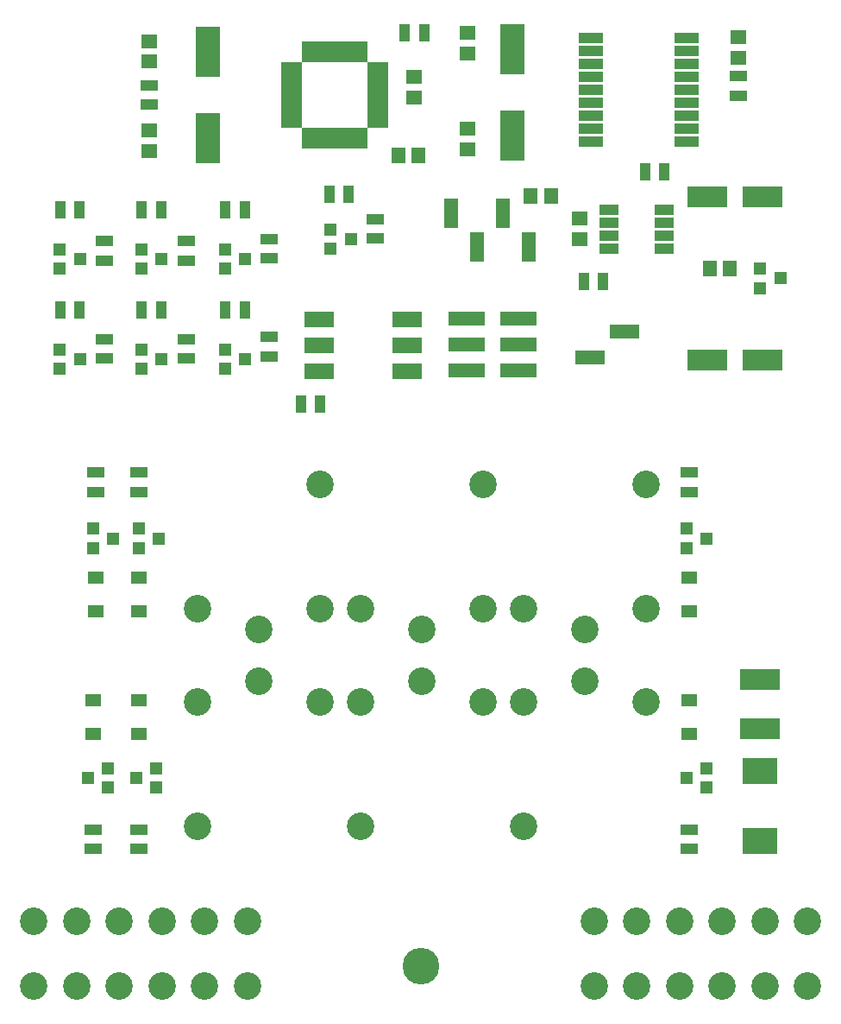
<source format=gbr>
G04 #@! TF.FileFunction,Soldermask,Top*
%FSLAX46Y46*%
G04 Gerber Fmt 4.6, Leading zero omitted, Abs format (unit mm)*
G04 Created by KiCad (PCBNEW 4.0.6) date 06/08/18 14:18:22*
%MOMM*%
%LPD*%
G01*
G04 APERTURE LIST*
%ADD10C,0.100000*%
%ADD11R,1.400000X1.650000*%
%ADD12R,3.900000X2.000000*%
%ADD13R,1.650000X1.400000*%
%ADD14R,2.840000X1.520000*%
%ADD15R,2.910000X1.400000*%
%ADD16C,2.700000*%
%ADD17C,3.600000*%
%ADD18R,3.490000X2.600000*%
%ADD19R,1.600000X1.300000*%
%ADD20R,3.550000X1.400000*%
%ADD21R,1.300000X1.200000*%
%ADD22R,1.100000X1.700000*%
%ADD23R,1.700000X1.100000*%
%ADD24R,1.400000X2.910000*%
%ADD25R,2.000000X0.950000*%
%ADD26R,0.950000X2.000000*%
%ADD27R,2.400000X1.000000*%
%ADD28R,1.950000X1.000000*%
%ADD29R,2.400000X4.900000*%
G04 APERTURE END LIST*
D10*
D11*
X144230000Y-58200000D03*
X146230000Y-58200000D03*
X159200000Y-62200000D03*
X157200000Y-62200000D03*
D12*
X179950000Y-78250000D03*
X174550000Y-78250000D03*
X179950000Y-62250000D03*
X174550000Y-62250000D03*
D11*
X176790000Y-69300000D03*
X174790000Y-69300000D03*
D13*
X145750000Y-52500000D03*
X145750000Y-50500000D03*
X119750000Y-47000000D03*
X119750000Y-49000000D03*
X119750000Y-57750000D03*
X119750000Y-55750000D03*
X151000000Y-48200000D03*
X151000000Y-46200000D03*
X151000000Y-55600000D03*
X151000000Y-57600000D03*
X177600000Y-48600000D03*
X177600000Y-46600000D03*
X162000000Y-64400000D03*
X162000000Y-66400000D03*
D14*
X136495000Y-74260000D03*
X145105000Y-79340000D03*
X136495000Y-76800000D03*
X145105000Y-76800000D03*
X136495000Y-79340000D03*
X145105000Y-74260000D03*
D15*
X163085000Y-78040000D03*
X166395000Y-75500000D03*
D16*
X108451000Y-133282000D03*
X108451000Y-139632000D03*
X112641000Y-133282000D03*
X112641000Y-139632000D03*
X116831000Y-133282000D03*
X116831000Y-139632000D03*
X121021000Y-133282000D03*
X121021000Y-139632000D03*
X125211000Y-133282000D03*
X125211000Y-139632000D03*
X129401000Y-133282000D03*
X129401000Y-139632000D03*
X163451000Y-133282000D03*
X163451000Y-139632000D03*
X167641000Y-133282000D03*
X167641000Y-139632000D03*
X171831000Y-133282000D03*
X171831000Y-139632000D03*
X176021000Y-133282000D03*
X176021000Y-139632000D03*
X180211000Y-133282000D03*
X180211000Y-139632000D03*
X184401000Y-133282000D03*
X184401000Y-139632000D03*
D17*
X146431000Y-137672000D03*
D18*
X179750000Y-125410000D03*
X179750000Y-118590000D03*
D19*
X172750000Y-102900000D03*
X172750000Y-99600000D03*
X114500000Y-102900000D03*
X114500000Y-99600000D03*
X118750000Y-102900000D03*
X118750000Y-99600000D03*
X118750000Y-111600000D03*
X118750000Y-114900000D03*
X114250000Y-111600000D03*
X114250000Y-114900000D03*
X172750000Y-111600000D03*
X172750000Y-114900000D03*
D12*
X179750000Y-109560000D03*
X179750000Y-114440000D03*
D20*
X150975000Y-74210000D03*
X156025000Y-74210000D03*
X150975000Y-76750000D03*
X156025000Y-76750000D03*
X150975000Y-79290000D03*
X156025000Y-79290000D03*
D16*
X168532600Y-102652800D03*
X156532600Y-102652800D03*
X162532600Y-104652800D03*
X168532600Y-90452800D03*
X152532600Y-102652800D03*
X140532600Y-102652800D03*
X146532600Y-104652800D03*
X152532600Y-90452800D03*
X136532600Y-102652800D03*
X124532600Y-102652800D03*
X130532600Y-104652800D03*
X136532600Y-90452800D03*
X124532600Y-111752800D03*
X136532600Y-111752800D03*
X130532600Y-109752800D03*
X124532600Y-123952800D03*
X140532600Y-111752800D03*
X152532600Y-111752800D03*
X146532600Y-109752800D03*
X140532600Y-123952800D03*
X156532600Y-111752800D03*
X168532600Y-111752800D03*
X162532600Y-109752800D03*
X156532600Y-123952800D03*
D21*
X137600000Y-65450000D03*
X137600000Y-67350000D03*
X139600000Y-66400000D03*
X127190000Y-67410000D03*
X127190000Y-69310000D03*
X129190000Y-68360000D03*
X118990000Y-67410000D03*
X118990000Y-69310000D03*
X120990000Y-68360000D03*
X110990000Y-67410000D03*
X110990000Y-69310000D03*
X112990000Y-68360000D03*
X127190000Y-77210000D03*
X127190000Y-79110000D03*
X129190000Y-78160000D03*
X118990000Y-77210000D03*
X118990000Y-79110000D03*
X120990000Y-78160000D03*
X110990000Y-77210000D03*
X110990000Y-79110000D03*
X112990000Y-78160000D03*
X172500000Y-94800000D03*
X172500000Y-96700000D03*
X174500000Y-95750000D03*
X114250000Y-94800000D03*
X114250000Y-96700000D03*
X116250000Y-95750000D03*
X118750000Y-94800000D03*
X118750000Y-96700000D03*
X120750000Y-95750000D03*
X120500000Y-120200000D03*
X120500000Y-118300000D03*
X118500000Y-119250000D03*
X115750000Y-120200000D03*
X115750000Y-118300000D03*
X113750000Y-119250000D03*
X174500000Y-120200000D03*
X174500000Y-118300000D03*
X172500000Y-119250000D03*
D22*
X137450000Y-62000000D03*
X139350000Y-62000000D03*
D23*
X142000000Y-66350000D03*
X142000000Y-64450000D03*
D22*
X136550000Y-82600000D03*
X134650000Y-82600000D03*
D23*
X119750000Y-53200000D03*
X119750000Y-51300000D03*
D22*
X146750000Y-46200000D03*
X144850000Y-46200000D03*
D23*
X177600000Y-52350000D03*
X177600000Y-50450000D03*
D22*
X168450000Y-59800000D03*
X170350000Y-59800000D03*
X164350000Y-70600000D03*
X162450000Y-70600000D03*
X127240000Y-63560000D03*
X129140000Y-63560000D03*
X119040000Y-63560000D03*
X120940000Y-63560000D03*
X111040000Y-63560000D03*
X112940000Y-63560000D03*
X127240000Y-73360000D03*
X129140000Y-73360000D03*
X119040000Y-73360000D03*
X120940000Y-73360000D03*
X111040000Y-73360000D03*
X112940000Y-73360000D03*
D23*
X131590000Y-68310000D03*
X131590000Y-66410000D03*
X123390000Y-68510000D03*
X123390000Y-66610000D03*
X115390000Y-68510000D03*
X115390000Y-66610000D03*
X131590000Y-77910000D03*
X131590000Y-76010000D03*
X123390000Y-78110000D03*
X123390000Y-76210000D03*
X115390000Y-78110000D03*
X115390000Y-76210000D03*
X172750000Y-91200000D03*
X172750000Y-89300000D03*
X114500000Y-91200000D03*
X114500000Y-89300000D03*
X118750000Y-91200000D03*
X118750000Y-89300000D03*
X118750000Y-124300000D03*
X118750000Y-126200000D03*
X114250000Y-124300000D03*
X114250000Y-126200000D03*
X172750000Y-124300000D03*
X172750000Y-126200000D03*
D24*
X151980000Y-67155000D03*
X157060000Y-67155000D03*
X149440000Y-63845000D03*
X154520000Y-63845000D03*
D21*
X179750000Y-69300000D03*
X179750000Y-71200000D03*
X181750000Y-70250000D03*
D25*
X133750000Y-49450000D03*
X133750000Y-50250000D03*
X133750000Y-51050000D03*
X133750000Y-51850000D03*
X133750000Y-52650000D03*
X133750000Y-53450000D03*
X133750000Y-54250000D03*
X133750000Y-55050000D03*
D26*
X135200000Y-56500000D03*
X136000000Y-56500000D03*
X136800000Y-56500000D03*
X137600000Y-56500000D03*
X138400000Y-56500000D03*
X139200000Y-56500000D03*
X140000000Y-56500000D03*
X140800000Y-56500000D03*
D25*
X142250000Y-55050000D03*
X142250000Y-54250000D03*
X142250000Y-53450000D03*
X142250000Y-52650000D03*
X142250000Y-51850000D03*
X142250000Y-51050000D03*
X142250000Y-50250000D03*
X142250000Y-49450000D03*
D26*
X140800000Y-48000000D03*
X140000000Y-48000000D03*
X139200000Y-48000000D03*
X138400000Y-48000000D03*
X137600000Y-48000000D03*
X136800000Y-48000000D03*
X136000000Y-48000000D03*
X135200000Y-48000000D03*
D27*
X163100000Y-46720000D03*
X163100000Y-47990000D03*
X163100000Y-49260000D03*
X163100000Y-50530000D03*
X163100000Y-51800000D03*
X163100000Y-53070000D03*
X163100000Y-54340000D03*
X163100000Y-55610000D03*
X163100000Y-56880000D03*
X172500000Y-56880000D03*
X172500000Y-55610000D03*
X172500000Y-54340000D03*
X172500000Y-53070000D03*
X172500000Y-51800000D03*
X172500000Y-50530000D03*
X172500000Y-49260000D03*
X172500000Y-47990000D03*
X172500000Y-46720000D03*
D28*
X164900000Y-63495000D03*
X164900000Y-64765000D03*
X164900000Y-66035000D03*
X164900000Y-67305000D03*
X170300000Y-67305000D03*
X170300000Y-66035000D03*
X170300000Y-64765000D03*
X170300000Y-63495000D03*
D29*
X125500000Y-56500000D03*
X125500000Y-48000000D03*
X155400000Y-56250000D03*
X155400000Y-47750000D03*
M02*

</source>
